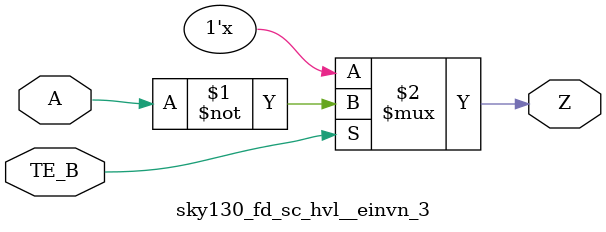
<source format=v>
module sky130_fd_sc_hvl__einvn_3 (
    Z   ,
    A   ,
    TE_B
);
    output Z   ;
    input  A   ;
    input  TE_B;
    notif0 notif00 (Z     , A, TE_B        );
endmodule
</source>
